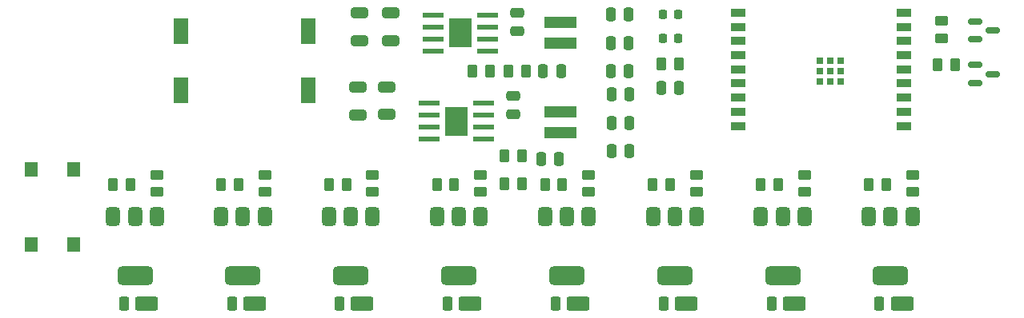
<source format=gbr>
%TF.GenerationSoftware,KiCad,Pcbnew,9.0.0*%
%TF.CreationDate,2025-05-08T09:04:40-05:00*%
%TF.ProjectId,driver-board,64726976-6572-42d6-926f-6172642e6b69,rev?*%
%TF.SameCoordinates,Original*%
%TF.FileFunction,Paste,Top*%
%TF.FilePolarity,Positive*%
%FSLAX46Y46*%
G04 Gerber Fmt 4.6, Leading zero omitted, Abs format (unit mm)*
G04 Created by KiCad (PCBNEW 9.0.0) date 2025-05-08 09:04:40*
%MOMM*%
%LPD*%
G01*
G04 APERTURE LIST*
G04 Aperture macros list*
%AMRoundRect*
0 Rectangle with rounded corners*
0 $1 Rounding radius*
0 $2 $3 $4 $5 $6 $7 $8 $9 X,Y pos of 4 corners*
0 Add a 4 corners polygon primitive as box body*
4,1,4,$2,$3,$4,$5,$6,$7,$8,$9,$2,$3,0*
0 Add four circle primitives for the rounded corners*
1,1,$1+$1,$2,$3*
1,1,$1+$1,$4,$5*
1,1,$1+$1,$6,$7*
1,1,$1+$1,$8,$9*
0 Add four rect primitives between the rounded corners*
20,1,$1+$1,$2,$3,$4,$5,0*
20,1,$1+$1,$4,$5,$6,$7,0*
20,1,$1+$1,$6,$7,$8,$9,0*
20,1,$1+$1,$8,$9,$2,$3,0*%
G04 Aperture macros list end*
%ADD10R,1.500000X0.900000*%
%ADD11R,0.700000X0.700000*%
%ADD12R,1.400048X1.549908*%
%ADD13R,1.570000X2.820000*%
%ADD14R,2.400000X3.100000*%
%ADD15R,2.200000X0.500000*%
%ADD16RoundRect,0.250000X0.262500X0.450000X-0.262500X0.450000X-0.262500X-0.450000X0.262500X-0.450000X0*%
%ADD17RoundRect,0.250000X-0.262500X-0.450000X0.262500X-0.450000X0.262500X0.450000X-0.262500X0.450000X0*%
%ADD18RoundRect,0.250000X0.450000X-0.262500X0.450000X0.262500X-0.450000X0.262500X-0.450000X-0.262500X0*%
%ADD19RoundRect,0.150000X-0.587500X-0.150000X0.587500X-0.150000X0.587500X0.150000X-0.587500X0.150000X0*%
%ADD20R,3.500000X1.300000*%
%ADD21RoundRect,0.250000X-0.250000X-0.475000X0.250000X-0.475000X0.250000X0.475000X-0.250000X0.475000X0*%
%ADD22RoundRect,0.250000X0.475000X-0.250000X0.475000X0.250000X-0.475000X0.250000X-0.475000X-0.250000X0*%
%ADD23RoundRect,0.225000X0.225000X0.250000X-0.225000X0.250000X-0.225000X-0.250000X0.225000X-0.250000X0*%
%ADD24RoundRect,0.250000X0.650000X-0.325000X0.650000X0.325000X-0.650000X0.325000X-0.650000X-0.325000X0*%
%ADD25RoundRect,0.250000X-0.650000X0.325000X-0.650000X-0.325000X0.650000X-0.325000X0.650000X0.325000X0*%
%ADD26RoundRect,0.250000X0.250000X0.475000X-0.250000X0.475000X-0.250000X-0.475000X0.250000X-0.475000X0*%
%ADD27RoundRect,0.375000X-0.375000X0.625000X-0.375000X-0.625000X0.375000X-0.625000X0.375000X0.625000X0*%
%ADD28RoundRect,0.500000X-1.400000X0.500000X-1.400000X-0.500000X1.400000X-0.500000X1.400000X0.500000X0*%
%ADD29RoundRect,0.250000X-0.275000X-0.500000X0.275000X-0.500000X0.275000X0.500000X-0.275000X0.500000X0*%
%ADD30RoundRect,0.250000X-0.950000X-0.500000X0.950000X-0.500000X0.950000X0.500000X-0.950000X0.500000X0*%
G04 APERTURE END LIST*
D10*
%TO.C,U4*%
X139600000Y-83100000D03*
X139600000Y-84600000D03*
X139600000Y-86100000D03*
X139600000Y-87600000D03*
X139600000Y-89100000D03*
X139600000Y-90600000D03*
X139600000Y-92100000D03*
X139600000Y-93600000D03*
X139600000Y-95100000D03*
X157100000Y-95100000D03*
X157100000Y-93600000D03*
X157100000Y-92100000D03*
X157100000Y-90600000D03*
X157100000Y-89100000D03*
X157100000Y-87600000D03*
X157100000Y-86100000D03*
X157100000Y-84600000D03*
X157100000Y-83100000D03*
D11*
X148210000Y-88200000D03*
X149310000Y-88200000D03*
X150410000Y-88200000D03*
X148210000Y-89300000D03*
X149310000Y-89300000D03*
X150410000Y-89300000D03*
X148210000Y-90400000D03*
X149310000Y-90400000D03*
X150410000Y-90400000D03*
%TD*%
D12*
%TO.C,SW1*%
X64799998Y-107649996D03*
X69300000Y-107649996D03*
X64799998Y-99700000D03*
X69300000Y-99700000D03*
%TD*%
D13*
%TO.C,F1*%
X80670000Y-85040000D03*
X80670000Y-91360000D03*
X94130000Y-85040000D03*
X94130000Y-91360000D03*
%TD*%
D14*
%TO.C,U3*%
X109750000Y-94600000D03*
D15*
X106875000Y-92695000D03*
X106875000Y-93965000D03*
X106875000Y-95235000D03*
X106875000Y-96505000D03*
X112625000Y-96505000D03*
X112625000Y-95235000D03*
X112625000Y-93965000D03*
X112625000Y-92695000D03*
%TD*%
D14*
%TO.C,U2*%
X110225000Y-85235000D03*
D15*
X107350000Y-83330000D03*
X107350000Y-84600000D03*
X107350000Y-85870000D03*
X107350000Y-87140000D03*
X113100000Y-87140000D03*
X113100000Y-85870000D03*
X113100000Y-84600000D03*
X113100000Y-83330000D03*
%TD*%
D16*
%TO.C,R28*%
X116712500Y-101200000D03*
X114887500Y-101200000D03*
%TD*%
D17*
%TO.C,R27*%
X114887500Y-98250000D03*
X116712500Y-98250000D03*
%TD*%
%TO.C,R26*%
X111487500Y-89300000D03*
X113312500Y-89300000D03*
%TD*%
%TO.C,R25*%
X115300000Y-89300000D03*
X117125000Y-89300000D03*
%TD*%
%TO.C,R24*%
X160687500Y-88600000D03*
X162512500Y-88600000D03*
%TD*%
D18*
%TO.C,R23*%
X161100000Y-85800000D03*
X161100000Y-83975000D03*
%TD*%
D17*
%TO.C,R17*%
X131487500Y-88500000D03*
X133312500Y-88500000D03*
%TD*%
D19*
%TO.C,Q10*%
X164625000Y-88650000D03*
X164625000Y-90550000D03*
X166500000Y-89600000D03*
%TD*%
%TO.C,Q9*%
X164625000Y-84025000D03*
X164625000Y-85925000D03*
X166500000Y-84975000D03*
%TD*%
D20*
%TO.C,L2*%
X120800000Y-93600000D03*
X120800000Y-95800000D03*
%TD*%
%TO.C,L1*%
X120800000Y-84100000D03*
X120800000Y-86300000D03*
%TD*%
D21*
%TO.C,C25*%
X126200000Y-97800000D03*
X128100000Y-97800000D03*
%TD*%
%TO.C,C24*%
X126200000Y-94790000D03*
X128100000Y-94790000D03*
%TD*%
%TO.C,C23*%
X126200000Y-91780000D03*
X128100000Y-91780000D03*
%TD*%
D22*
%TO.C,C22*%
X115800000Y-93850000D03*
X115800000Y-91950000D03*
%TD*%
D21*
%TO.C,C21*%
X118750000Y-98600000D03*
X120650000Y-98600000D03*
%TD*%
D23*
%TO.C,C20*%
X133200000Y-83300000D03*
X131650000Y-83300000D03*
%TD*%
%TO.C,C19*%
X133200000Y-85810000D03*
X131650000Y-85810000D03*
%TD*%
D24*
%TO.C,C18*%
X102400000Y-93900000D03*
X102400000Y-90950000D03*
%TD*%
%TO.C,C17*%
X99400000Y-93975000D03*
X99400000Y-91025000D03*
%TD*%
D21*
%TO.C,C16*%
X126100000Y-89300000D03*
X128000000Y-89300000D03*
%TD*%
%TO.C,C15*%
X126100000Y-86290000D03*
X128000000Y-86290000D03*
%TD*%
%TO.C,C14*%
X126100000Y-83280000D03*
X128000000Y-83280000D03*
%TD*%
%TO.C,C13*%
X118950000Y-89300000D03*
X120850000Y-89300000D03*
%TD*%
D22*
%TO.C,C12*%
X116200000Y-85050000D03*
X116200000Y-83150000D03*
%TD*%
D25*
%TO.C,C11*%
X99500000Y-83150000D03*
X99500000Y-86100000D03*
%TD*%
%TO.C,C10*%
X102850000Y-83150000D03*
X102850000Y-86100000D03*
%TD*%
D26*
%TO.C,C3*%
X133350000Y-91100000D03*
X131450000Y-91100000D03*
%TD*%
D27*
%TO.C,Q3*%
X96328571Y-104700000D03*
D28*
X98628571Y-111000000D03*
D27*
X98628571Y-104700000D03*
X100928571Y-104700000D03*
%TD*%
D29*
%TO.C,D3*%
X97453571Y-113900000D03*
D30*
X99828571Y-113900000D03*
%TD*%
D18*
%TO.C,R5*%
X100928571Y-100287500D03*
X100928571Y-102112500D03*
%TD*%
D17*
%TO.C,R6*%
X98141071Y-101300000D03*
X96316071Y-101300000D03*
%TD*%
D29*
%TO.C,D7*%
X143110714Y-113900000D03*
D30*
X145485714Y-113900000D03*
%TD*%
D18*
%TO.C,R13*%
X146585714Y-100287500D03*
X146585714Y-102112500D03*
%TD*%
D27*
%TO.C,Q7*%
X141985714Y-104700000D03*
D28*
X144285714Y-111000000D03*
D27*
X144285714Y-104700000D03*
X146585714Y-104700000D03*
%TD*%
D17*
%TO.C,R14*%
X143798214Y-101300000D03*
X141973214Y-101300000D03*
%TD*%
D29*
%TO.C,D8*%
X154525000Y-113900000D03*
D30*
X156900000Y-113900000D03*
%TD*%
D18*
%TO.C,R15*%
X158000000Y-100287500D03*
X158000000Y-102112500D03*
%TD*%
D27*
%TO.C,Q8*%
X153400000Y-104700000D03*
D28*
X155700000Y-111000000D03*
D27*
X155700000Y-104700000D03*
X158000000Y-104700000D03*
%TD*%
D17*
%TO.C,R16*%
X155212500Y-101300000D03*
X153387500Y-101300000D03*
%TD*%
D29*
%TO.C,D2*%
X86039286Y-113900000D03*
D30*
X88414286Y-113900000D03*
%TD*%
D18*
%TO.C,R3*%
X89514286Y-100287500D03*
X89514286Y-102112500D03*
%TD*%
D27*
%TO.C,Q2*%
X84914286Y-104700000D03*
D28*
X87214286Y-111000000D03*
D27*
X87214286Y-104700000D03*
X89514286Y-104700000D03*
%TD*%
D17*
%TO.C,R4*%
X86726786Y-101300000D03*
X84901786Y-101300000D03*
%TD*%
D27*
%TO.C,Q5*%
X119157143Y-104700000D03*
D28*
X121457143Y-111000000D03*
D27*
X121457143Y-104700000D03*
X123757143Y-104700000D03*
%TD*%
D29*
%TO.C,D5*%
X120282143Y-113900000D03*
D30*
X122657143Y-113900000D03*
%TD*%
D18*
%TO.C,R9*%
X123757143Y-100287500D03*
X123757143Y-102112500D03*
%TD*%
D17*
%TO.C,R10*%
X120969643Y-101300000D03*
X119144643Y-101300000D03*
%TD*%
D29*
%TO.C,D4*%
X108867857Y-113900000D03*
D30*
X111242857Y-113900000D03*
%TD*%
D18*
%TO.C,R7*%
X112342857Y-100287500D03*
X112342857Y-102112500D03*
%TD*%
D27*
%TO.C,Q4*%
X107742857Y-104700000D03*
D28*
X110042857Y-111000000D03*
D27*
X110042857Y-104700000D03*
X112342857Y-104700000D03*
%TD*%
D17*
%TO.C,R8*%
X109555357Y-101300000D03*
X107730357Y-101300000D03*
%TD*%
D29*
%TO.C,D1*%
X74625000Y-113900000D03*
D30*
X77000000Y-113900000D03*
%TD*%
D17*
%TO.C,R12*%
X132383929Y-101300000D03*
X130558929Y-101300000D03*
%TD*%
D29*
%TO.C,D6*%
X131696429Y-113900000D03*
D30*
X134071429Y-113900000D03*
%TD*%
D18*
%TO.C,R11*%
X135171429Y-100287500D03*
X135171429Y-102112500D03*
%TD*%
D27*
%TO.C,Q6*%
X130571429Y-104700000D03*
D28*
X132871429Y-111000000D03*
D27*
X132871429Y-104700000D03*
X135171429Y-104700000D03*
%TD*%
%TO.C,Q1*%
X73500000Y-104700000D03*
D28*
X75800000Y-111000000D03*
D27*
X75800000Y-104700000D03*
X78100000Y-104700000D03*
%TD*%
D18*
%TO.C,R1*%
X78100000Y-100287500D03*
X78100000Y-102112500D03*
%TD*%
D17*
%TO.C,R2*%
X75312500Y-101300000D03*
X73487500Y-101300000D03*
%TD*%
M02*

</source>
